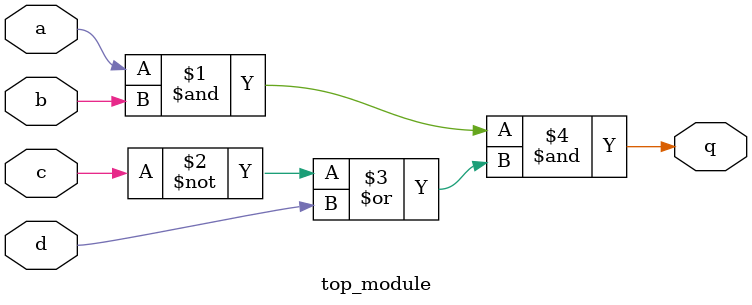
<source format=sv>
module top_module (
    input a, 
    input b, 
    input c, 
    input d,
    output q
);

assign q = ((a & b) & (~c | d));

endmodule

</source>
